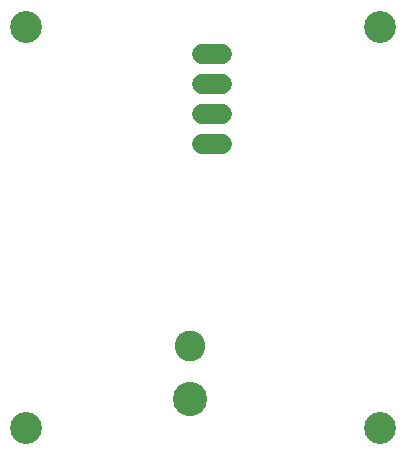
<source format=gbr>
G04 EAGLE Gerber RS-274X export*
G75*
%MOMM*%
%FSLAX34Y34*%
%LPD*%
%INSoldermask Bottom*%
%IPPOS*%
%AMOC8*
5,1,8,0,0,1.08239X$1,22.5*%
G01*
%ADD10C,2.700000*%
%ADD11C,2.900000*%
%ADD12C,2.600000*%
%ADD13C,1.724000*%


D10*
X30000Y370000D03*
X330000Y370000D03*
X330000Y30000D03*
X30000Y30000D03*
D11*
X169300Y54700D03*
D12*
X169300Y99700D03*
D13*
X179418Y270350D02*
X196182Y270350D01*
X196182Y295750D02*
X179418Y295750D01*
X179418Y321150D02*
X196182Y321150D01*
X196182Y346550D02*
X179418Y346550D01*
M02*

</source>
